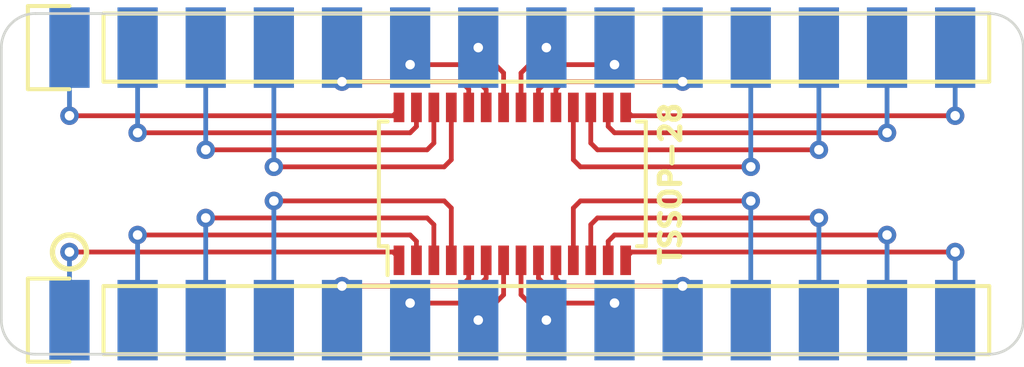
<source format=kicad_pcb>
(kicad_pcb (version 4) (host pcbnew "(2015-07-22 BZR 5980)-product")

  (general
    (links 28)
    (no_connects 0)
    (area 62.25101 31.067199 104.190001 45.132801)
    (thickness 1.6)
    (drawings 9)
    (tracks 136)
    (zones 0)
    (modules 3)
    (nets 29)
  )

  (page User 152.4 101.6)
  (title_block
    (title "TSSOP-28 / SOIC-28 Breakout")
    (rev 1.0)
    (company "Digital Cave")
  )

  (layers
    (0 F.Cu signal)
    (31 B.Cu signal)
    (32 B.Adhes user)
    (33 F.Adhes user)
    (34 B.Paste user)
    (35 F.Paste user)
    (36 B.SilkS user)
    (37 F.SilkS user)
    (38 B.Mask user)
    (39 F.Mask user)
    (40 Dwgs.User user)
    (41 Cmts.User user)
    (42 Eco1.User user)
    (43 Eco2.User user)
    (44 Edge.Cuts user)
  )

  (setup
    (last_trace_width 0.1778)
    (trace_clearance 0.1778)
    (zone_clearance 0.508)
    (zone_45_only no)
    (trace_min 0.1778)
    (segment_width 0.2)
    (edge_width 0.1)
    (via_size 0.6858)
    (via_drill 0.3556)
    (via_min_size 0.6858)
    (via_min_drill 0.3556)
    (uvia_size 0.508)
    (uvia_drill 0.127)
    (uvias_allowed no)
    (uvia_min_size 0.508)
    (uvia_min_drill 0.127)
    (pcb_text_width 0.3)
    (pcb_text_size 1.5 1.5)
    (mod_edge_width 0.15)
    (mod_text_size 1 1)
    (mod_text_width 0.15)
    (pad_size 0.508 3.81)
    (pad_drill 0)
    (pad_to_mask_clearance 0)
    (aux_axis_origin 0 0)
    (visible_elements FFFFFFBF)
    (pcbplotparams
      (layerselection 0x00030_80000001)
      (usegerberextensions true)
      (excludeedgelayer true)
      (linewidth 0.150000)
      (plotframeref false)
      (viasonmask false)
      (mode 1)
      (useauxorigin false)
      (hpglpennumber 1)
      (hpglpenspeed 20)
      (hpglpendiameter 15)
      (hpglpenoverlay 2)
      (psnegative false)
      (psa4output false)
      (plotreference true)
      (plotvalue true)
      (plotinvisibletext false)
      (padsonsilk false)
      (subtractmaskfromsilk false)
      (outputformat 1)
      (mirror false)
      (drillshape 1)
      (scaleselection 1)
      (outputdirectory ""))
  )

  (net 0 "")
  (net 1 "Net-(K1-Pad1)")
  (net 2 "Net-(K1-Pad2)")
  (net 3 "Net-(K1-Pad3)")
  (net 4 "Net-(K1-Pad4)")
  (net 5 "Net-(K1-Pad5)")
  (net 6 "Net-(K1-Pad6)")
  (net 7 "Net-(K1-Pad7)")
  (net 8 "Net-(K1-Pad8)")
  (net 9 "Net-(K1-Pad9)")
  (net 10 "Net-(K1-Pad10)")
  (net 11 "Net-(K1-Pad11)")
  (net 12 "Net-(K1-Pad12)")
  (net 13 "Net-(K1-Pad13)")
  (net 14 "Net-(K1-Pad14)")
  (net 15 "Net-(K1-Pad15)")
  (net 16 "Net-(K1-Pad16)")
  (net 17 "Net-(K1-Pad17)")
  (net 18 "Net-(K1-Pad18)")
  (net 19 "Net-(K1-Pad19)")
  (net 20 "Net-(K1-Pad20)")
  (net 21 "Net-(K1-Pad21)")
  (net 22 "Net-(K1-Pad22)")
  (net 23 "Net-(K1-Pad23)")
  (net 24 "Net-(K1-Pad24)")
  (net 25 "Net-(K1-Pad25)")
  (net 26 "Net-(K1-Pad26)")
  (net 27 "Net-(K1-Pad27)")
  (net 28 "Net-(K1-Pad28)")

  (net_class Default "This is the default net class."
    (clearance 0.1778)
    (trace_width 0.1778)
    (via_dia 0.6858)
    (via_drill 0.3556)
    (uvia_dia 0.508)
    (uvia_drill 0.127)
    (add_net "Net-(K1-Pad1)")
    (add_net "Net-(K1-Pad10)")
    (add_net "Net-(K1-Pad11)")
    (add_net "Net-(K1-Pad12)")
    (add_net "Net-(K1-Pad13)")
    (add_net "Net-(K1-Pad14)")
    (add_net "Net-(K1-Pad15)")
    (add_net "Net-(K1-Pad16)")
    (add_net "Net-(K1-Pad17)")
    (add_net "Net-(K1-Pad18)")
    (add_net "Net-(K1-Pad19)")
    (add_net "Net-(K1-Pad2)")
    (add_net "Net-(K1-Pad20)")
    (add_net "Net-(K1-Pad21)")
    (add_net "Net-(K1-Pad22)")
    (add_net "Net-(K1-Pad23)")
    (add_net "Net-(K1-Pad24)")
    (add_net "Net-(K1-Pad25)")
    (add_net "Net-(K1-Pad26)")
    (add_net "Net-(K1-Pad27)")
    (add_net "Net-(K1-Pad28)")
    (add_net "Net-(K1-Pad3)")
    (add_net "Net-(K1-Pad4)")
    (add_net "Net-(K1-Pad5)")
    (add_net "Net-(K1-Pad6)")
    (add_net "Net-(K1-Pad7)")
    (add_net "Net-(K1-Pad8)")
    (add_net "Net-(K1-Pad9)")
  )

  (module Pin_Headers:Pin_Header_Straight_1x14 (layer F.Cu) (tedit 55B44123) (tstamp 55B4400C)
    (at 68.58 43.18 90)
    (descr "Through hole pin header")
    (tags "pin header")
    (path /54AC71A0)
    (fp_text reference K2 (at 0 -5.1 90) (layer F.SilkS) hide
      (effects (font (size 1 1) (thickness 0.15)))
    )
    (fp_text value DIP (at 0 -3.1 90) (layer F.Fab) hide
      (effects (font (size 1 1) (thickness 0.15)))
    )
    (fp_line (start -1.75 -1.75) (end -1.75 34.8) (layer F.CrtYd) (width 0.05))
    (fp_line (start 1.75 -1.75) (end 1.75 34.8) (layer F.CrtYd) (width 0.05))
    (fp_line (start -1.75 -1.75) (end 1.75 -1.75) (layer F.CrtYd) (width 0.05))
    (fp_line (start -1.75 34.8) (end 1.75 34.8) (layer F.CrtYd) (width 0.05))
    (fp_line (start -1.27 1.27) (end -1.27 34.29) (layer F.SilkS) (width 0.15))
    (fp_line (start -1.27 34.29) (end 1.27 34.29) (layer F.SilkS) (width 0.15))
    (fp_line (start 1.27 34.29) (end 1.27 1.27) (layer F.SilkS) (width 0.15))
    (fp_line (start 1.55 -1.55) (end 1.55 0) (layer F.SilkS) (width 0.15))
    (fp_line (start 1.27 1.27) (end -1.27 1.27) (layer F.SilkS) (width 0.15))
    (fp_line (start -1.55 0) (end -1.55 -1.55) (layer F.SilkS) (width 0.15))
    (fp_line (start -1.55 -1.55) (end 1.55 -1.55) (layer F.SilkS) (width 0.15))
    (pad 1 smd rect (at 0 0 90) (size 3 1.5) (layers B.Cu F.Paste F.Mask)
      (net 1 "Net-(K1-Pad1)"))
    (pad 2 smd rect (at 0 2.54 90) (size 3 1.5) (layers B.Cu F.Paste F.Mask)
      (net 2 "Net-(K1-Pad2)"))
    (pad 3 smd rect (at 0 5.08 90) (size 3 1.5) (layers B.Cu F.Paste F.Mask)
      (net 3 "Net-(K1-Pad3)"))
    (pad 4 smd rect (at 0 7.62 90) (size 3 1.5) (layers B.Cu F.Paste F.Mask)
      (net 4 "Net-(K1-Pad4)"))
    (pad 5 smd rect (at 0 10.16 90) (size 3 1.5) (layers B.Cu F.Paste F.Mask)
      (net 5 "Net-(K1-Pad5)"))
    (pad 6 smd rect (at 0 12.7 90) (size 3 1.5) (layers B.Cu F.Paste F.Mask)
      (net 6 "Net-(K1-Pad6)"))
    (pad 7 smd rect (at 0 15.24 90) (size 3 1.5) (layers B.Cu F.Paste F.Mask)
      (net 7 "Net-(K1-Pad7)"))
    (pad 8 smd rect (at 0 17.78 90) (size 3 1.5) (layers B.Cu F.Paste F.Mask)
      (net 8 "Net-(K1-Pad8)"))
    (pad 9 smd rect (at 0 20.32 90) (size 3 1.5) (layers B.Cu F.Paste F.Mask)
      (net 9 "Net-(K1-Pad9)"))
    (pad 10 smd rect (at 0 22.86 90) (size 3 1.5) (layers B.Cu F.Paste F.Mask)
      (net 10 "Net-(K1-Pad10)"))
    (pad 11 smd rect (at 0 25.4 90) (size 3 1.5) (layers B.Cu F.Paste F.Mask)
      (net 11 "Net-(K1-Pad11)"))
    (pad 12 smd rect (at 0 27.94 90) (size 3 1.5) (layers B.Cu F.Paste F.Mask)
      (net 12 "Net-(K1-Pad12)"))
    (pad 13 smd rect (at 0 30.48 90) (size 3 1.5) (layers B.Cu F.Paste F.Mask)
      (net 13 "Net-(K1-Pad13)"))
    (pad 14 smd rect (at 0 33.02 90) (size 3 1.5) (layers B.Cu F.Paste F.Mask)
      (net 14 "Net-(K1-Pad14)"))
    (model Pin_Headers.3dshapes/Pin_Header_Straight_1x14.wrl
      (at (xyz 0 -0.65 0))
      (scale (xyz 1 1 1))
      (rotate (xyz 0 0 90))
    )
  )

  (module Pin_Headers:Pin_Header_Straight_1x14 (layer F.Cu) (tedit 55B44129) (tstamp 55B4401E)
    (at 68.58 33.02 90)
    (descr "Through hole pin header")
    (tags "pin header")
    (path /54AC71AD)
    (fp_text reference K3 (at 0 -5.1 90) (layer F.SilkS) hide
      (effects (font (size 1 1) (thickness 0.15)))
    )
    (fp_text value DIP (at 0 -3.1 90) (layer F.Fab) hide
      (effects (font (size 1 1) (thickness 0.15)))
    )
    (fp_line (start -1.75 -1.75) (end -1.75 34.8) (layer F.CrtYd) (width 0.05))
    (fp_line (start 1.75 -1.75) (end 1.75 34.8) (layer F.CrtYd) (width 0.05))
    (fp_line (start -1.75 -1.75) (end 1.75 -1.75) (layer F.CrtYd) (width 0.05))
    (fp_line (start -1.75 34.8) (end 1.75 34.8) (layer F.CrtYd) (width 0.05))
    (fp_line (start -1.27 1.27) (end -1.27 34.29) (layer F.SilkS) (width 0.15))
    (fp_line (start -1.27 34.29) (end 1.27 34.29) (layer F.SilkS) (width 0.15))
    (fp_line (start 1.27 34.29) (end 1.27 1.27) (layer F.SilkS) (width 0.15))
    (fp_line (start 1.55 -1.55) (end 1.55 0) (layer F.SilkS) (width 0.15))
    (fp_line (start 1.27 1.27) (end -1.27 1.27) (layer F.SilkS) (width 0.15))
    (fp_line (start -1.55 0) (end -1.55 -1.55) (layer F.SilkS) (width 0.15))
    (fp_line (start -1.55 -1.55) (end 1.55 -1.55) (layer F.SilkS) (width 0.15))
    (pad 1 smd rect (at 0 0 90) (size 3 1.5) (layers B.Cu F.Paste F.Mask)
      (net 28 "Net-(K1-Pad28)"))
    (pad 2 smd rect (at 0 2.54 90) (size 3 1.5) (layers B.Cu F.Paste F.Mask)
      (net 27 "Net-(K1-Pad27)"))
    (pad 3 smd rect (at 0 5.08 90) (size 3 1.5) (layers B.Cu F.Paste F.Mask)
      (net 26 "Net-(K1-Pad26)"))
    (pad 4 smd rect (at 0 7.62 90) (size 3 1.5) (layers B.Cu F.Paste F.Mask)
      (net 25 "Net-(K1-Pad25)"))
    (pad 5 smd rect (at 0 10.16 90) (size 3 1.5) (layers B.Cu F.Paste F.Mask)
      (net 24 "Net-(K1-Pad24)"))
    (pad 6 smd rect (at 0 12.7 90) (size 3 1.5) (layers B.Cu F.Paste F.Mask)
      (net 23 "Net-(K1-Pad23)"))
    (pad 7 smd rect (at 0 15.24 90) (size 3 1.5) (layers B.Cu F.Paste F.Mask)
      (net 22 "Net-(K1-Pad22)"))
    (pad 8 smd rect (at 0 17.78 90) (size 3 1.5) (layers B.Cu F.Paste F.Mask)
      (net 21 "Net-(K1-Pad21)"))
    (pad 9 smd rect (at 0 20.32 90) (size 3 1.5) (layers B.Cu F.Paste F.Mask)
      (net 20 "Net-(K1-Pad20)"))
    (pad 10 smd rect (at 0 22.86 90) (size 3 1.5) (layers B.Cu F.Paste F.Mask)
      (net 19 "Net-(K1-Pad19)"))
    (pad 11 smd rect (at 0 25.4 90) (size 3 1.5) (layers B.Cu F.Paste F.Mask)
      (net 18 "Net-(K1-Pad18)"))
    (pad 12 smd rect (at 0 27.94 90) (size 3 1.5) (layers B.Cu F.Paste F.Mask)
      (net 17 "Net-(K1-Pad17)"))
    (pad 13 smd rect (at 0 30.48 90) (size 3 1.5) (layers B.Cu F.Paste F.Mask)
      (net 16 "Net-(K1-Pad16)"))
    (pad 14 smd rect (at 0 33.02 90) (size 3 1.5) (layers B.Cu F.Paste F.Mask)
      (net 15 "Net-(K1-Pad15)"))
    (model Pin_Headers.3dshapes/Pin_Header_Straight_1x14.wrl
      (at (xyz 0 -0.65 0))
      (scale (xyz 1 1 1))
      (rotate (xyz 0 0 90))
    )
  )

  (module Housings_SSOP:TSSOP-28_4.4x9.7mm_Pitch0.65mm (layer F.Cu) (tedit 55B44455) (tstamp 55B43FFA)
    (at 85.09 38.1 90)
    (descr "TSSOP28: plastic thin shrink small outline package; 28 leads; body width 4.4 mm; (see NXP SSOP-TSSOP-VSO-REFLOW.pdf and sot361-1_po.pdf)")
    (tags "SSOP 0.65")
    (path /54AC7191)
    (attr smd)
    (fp_text reference K1 (at 0 -5.9 90) (layer F.SilkS) hide
      (effects (font (size 1 1) (thickness 0.15)))
    )
    (fp_text value TSSOP-28 (at 0 5.9 90) (layer F.SilkS)
      (effects (font (size 0.762 0.762) (thickness 0.1905)))
    )
    (fp_line (start -3.65 -5.15) (end -3.65 5.15) (layer F.CrtYd) (width 0.05))
    (fp_line (start 3.65 -5.15) (end 3.65 5.15) (layer F.CrtYd) (width 0.05))
    (fp_line (start -3.65 -5.15) (end 3.65 -5.15) (layer F.CrtYd) (width 0.05))
    (fp_line (start -3.65 5.15) (end 3.65 5.15) (layer F.CrtYd) (width 0.05))
    (fp_line (start -2.325 -4.975) (end -2.325 -4.65) (layer F.SilkS) (width 0.15))
    (fp_line (start 2.325 -4.975) (end 2.325 -4.65) (layer F.SilkS) (width 0.15))
    (fp_line (start 2.325 4.975) (end 2.325 4.65) (layer F.SilkS) (width 0.15))
    (fp_line (start -2.325 4.975) (end -2.325 4.65) (layer F.SilkS) (width 0.15))
    (fp_line (start -2.325 -4.975) (end 2.325 -4.975) (layer F.SilkS) (width 0.15))
    (fp_line (start -2.325 4.975) (end 2.325 4.975) (layer F.SilkS) (width 0.15))
    (fp_line (start -2.325 -4.65) (end -3.4 -4.65) (layer F.SilkS) (width 0.15))
    (pad 1 smd rect (at -2.85 -4.225 90) (size 1.1 0.4) (layers F.Cu F.Paste F.Mask)
      (net 1 "Net-(K1-Pad1)"))
    (pad 2 smd rect (at -2.85 -3.575 90) (size 1.1 0.4) (layers F.Cu F.Paste F.Mask)
      (net 2 "Net-(K1-Pad2)"))
    (pad 3 smd rect (at -2.85 -2.925 90) (size 1.1 0.4) (layers F.Cu F.Paste F.Mask)
      (net 3 "Net-(K1-Pad3)"))
    (pad 4 smd rect (at -2.85 -2.275 90) (size 1.1 0.4) (layers F.Cu F.Paste F.Mask)
      (net 4 "Net-(K1-Pad4)"))
    (pad 5 smd rect (at -2.85 -1.625 90) (size 1.1 0.4) (layers F.Cu F.Paste F.Mask)
      (net 5 "Net-(K1-Pad5)"))
    (pad 6 smd rect (at -2.85 -0.975 90) (size 1.1 0.4) (layers F.Cu F.Paste F.Mask)
      (net 6 "Net-(K1-Pad6)"))
    (pad 7 smd rect (at -2.85 -0.325 90) (size 1.1 0.4) (layers F.Cu F.Paste F.Mask)
      (net 7 "Net-(K1-Pad7)"))
    (pad 8 smd rect (at -2.85 0.325 90) (size 1.1 0.4) (layers F.Cu F.Paste F.Mask)
      (net 8 "Net-(K1-Pad8)"))
    (pad 9 smd rect (at -2.85 0.975 90) (size 1.1 0.4) (layers F.Cu F.Paste F.Mask)
      (net 9 "Net-(K1-Pad9)"))
    (pad 10 smd rect (at -2.85 1.625 90) (size 1.1 0.4) (layers F.Cu F.Paste F.Mask)
      (net 10 "Net-(K1-Pad10)"))
    (pad 11 smd rect (at -2.85 2.275 90) (size 1.1 0.4) (layers F.Cu F.Paste F.Mask)
      (net 11 "Net-(K1-Pad11)"))
    (pad 12 smd rect (at -2.85 2.925 90) (size 1.1 0.4) (layers F.Cu F.Paste F.Mask)
      (net 12 "Net-(K1-Pad12)"))
    (pad 13 smd rect (at -2.85 3.575 90) (size 1.1 0.4) (layers F.Cu F.Paste F.Mask)
      (net 13 "Net-(K1-Pad13)"))
    (pad 14 smd rect (at -2.85 4.225 90) (size 1.1 0.4) (layers F.Cu F.Paste F.Mask)
      (net 14 "Net-(K1-Pad14)"))
    (pad 15 smd rect (at 2.85 4.225 90) (size 1.1 0.4) (layers F.Cu F.Paste F.Mask)
      (net 15 "Net-(K1-Pad15)"))
    (pad 16 smd rect (at 2.85 3.575 90) (size 1.1 0.4) (layers F.Cu F.Paste F.Mask)
      (net 16 "Net-(K1-Pad16)"))
    (pad 17 smd rect (at 2.85 2.925 90) (size 1.1 0.4) (layers F.Cu F.Paste F.Mask)
      (net 17 "Net-(K1-Pad17)"))
    (pad 18 smd rect (at 2.85 2.275 90) (size 1.1 0.4) (layers F.Cu F.Paste F.Mask)
      (net 18 "Net-(K1-Pad18)"))
    (pad 19 smd rect (at 2.85 1.625 90) (size 1.1 0.4) (layers F.Cu F.Paste F.Mask)
      (net 19 "Net-(K1-Pad19)"))
    (pad 20 smd rect (at 2.85 0.975 90) (size 1.1 0.4) (layers F.Cu F.Paste F.Mask)
      (net 20 "Net-(K1-Pad20)"))
    (pad 21 smd rect (at 2.85 0.325 90) (size 1.1 0.4) (layers F.Cu F.Paste F.Mask)
      (net 21 "Net-(K1-Pad21)"))
    (pad 22 smd rect (at 2.85 -0.325 90) (size 1.1 0.4) (layers F.Cu F.Paste F.Mask)
      (net 22 "Net-(K1-Pad22)"))
    (pad 23 smd rect (at 2.85 -0.975 90) (size 1.1 0.4) (layers F.Cu F.Paste F.Mask)
      (net 23 "Net-(K1-Pad23)"))
    (pad 24 smd rect (at 2.85 -1.625 90) (size 1.1 0.4) (layers F.Cu F.Paste F.Mask)
      (net 24 "Net-(K1-Pad24)"))
    (pad 25 smd rect (at 2.85 -2.275 90) (size 1.1 0.4) (layers F.Cu F.Paste F.Mask)
      (net 25 "Net-(K1-Pad25)"))
    (pad 26 smd rect (at 2.85 -2.925 90) (size 1.1 0.4) (layers F.Cu F.Paste F.Mask)
      (net 26 "Net-(K1-Pad26)"))
    (pad 27 smd rect (at 2.85 -3.575 90) (size 1.1 0.4) (layers F.Cu F.Paste F.Mask)
      (net 27 "Net-(K1-Pad27)"))
    (pad 28 smd rect (at 2.85 -4.225 90) (size 1.1 0.4) (layers F.Cu F.Paste F.Mask)
      (net 28 "Net-(K1-Pad28)"))
    (model Housings_SSOP.3dshapes/TSSOP-28_4.4x9.7mm_Pitch0.65mm.wrl
      (at (xyz 0 0 0))
      (scale (xyz 1 1 1))
      (rotate (xyz 0 0 0))
    )
  )

  (gr_circle (center 68.58 40.64) (end 68.58 40.005) (layer F.SilkS) (width 0.2))
  (gr_line (start 67.31 44.45) (end 102.87 44.45) (angle 90) (layer Edge.Cuts) (width 0.1))
  (gr_line (start 66.04 33.02) (end 66.04 43.18) (angle 90) (layer Edge.Cuts) (width 0.1))
  (gr_line (start 102.87 31.75) (end 67.31 31.75) (angle 90) (layer Edge.Cuts) (width 0.1))
  (gr_line (start 104.14 43.18) (end 104.14 33.02) (angle 90) (layer Edge.Cuts) (width 0.1))
  (gr_arc (start 67.31 43.18) (end 67.31 44.45) (angle 90) (layer Edge.Cuts) (width 0.1))
  (gr_arc (start 67.31 33.02) (end 66.04 33.02) (angle 90) (layer Edge.Cuts) (width 0.1))
  (gr_arc (start 102.87 43.18) (end 104.14 43.18) (angle 90) (layer Edge.Cuts) (width 0.1))
  (gr_arc (start 102.87 33.02) (end 102.87 31.75) (angle 90) (layer Edge.Cuts) (width 0.1))

  (segment (start 80.865 40.95) (end 80.865 40.86) (width 0.1778) (layer F.Cu) (net 1))
  (segment (start 80.865 40.86) (end 80.645 40.64) (width 0.1778) (layer F.Cu) (net 1) (tstamp 55B44269))
  (segment (start 68.58 40.64) (end 68.58 43.18) (width 0.1778) (layer B.Cu) (net 1) (tstamp 55B4426C))
  (via (at 68.58 40.64) (size 0.6858) (drill 0.3556) (layers F.Cu B.Cu) (net 1))
  (segment (start 80.645 40.64) (end 68.58 40.64) (width 0.1778) (layer F.Cu) (net 1) (tstamp 55B4426A))
  (segment (start 81.515 40.95) (end 81.515 40.24) (width 0.1778) (layer F.Cu) (net 2))
  (segment (start 71.12 40.005) (end 71.12 43.18) (width 0.1778) (layer B.Cu) (net 2) (tstamp 55B44232))
  (via (at 71.12 40.005) (size 0.6858) (drill 0.3556) (layers F.Cu B.Cu) (net 2))
  (segment (start 81.28 40.005) (end 71.12 40.005) (width 0.1778) (layer F.Cu) (net 2) (tstamp 55B44230))
  (segment (start 81.515 40.24) (end 81.28 40.005) (width 0.1778) (layer F.Cu) (net 2) (tstamp 55B4422F))
  (segment (start 82.165 40.95) (end 82.165 39.62) (width 0.1778) (layer F.Cu) (net 3))
  (segment (start 73.66 39.37) (end 73.66 43.18) (width 0.1778) (layer B.Cu) (net 3) (tstamp 55B44238))
  (via (at 73.66 39.37) (size 0.6858) (drill 0.3556) (layers F.Cu B.Cu) (net 3))
  (segment (start 81.915 39.37) (end 73.66 39.37) (width 0.1778) (layer F.Cu) (net 3) (tstamp 55B44236))
  (segment (start 82.165 39.62) (end 81.915 39.37) (width 0.1778) (layer F.Cu) (net 3) (tstamp 55B44235))
  (segment (start 82.815 40.95) (end 82.815 39) (width 0.1778) (layer F.Cu) (net 4))
  (segment (start 76.2 38.735) (end 76.2 43.18) (width 0.1778) (layer B.Cu) (net 4) (tstamp 55B4423E))
  (via (at 76.2 38.735) (size 0.6858) (drill 0.3556) (layers F.Cu B.Cu) (net 4))
  (segment (start 82.55 38.735) (end 76.2 38.735) (width 0.1778) (layer F.Cu) (net 4) (tstamp 55B4423C))
  (segment (start 82.815 39) (end 82.55 38.735) (width 0.1778) (layer F.Cu) (net 4) (tstamp 55B4423B))
  (segment (start 83.465 40.95) (end 83.465 41.63) (width 0.1778) (layer F.Cu) (net 5))
  (segment (start 78.74 41.91) (end 78.74 43.18) (width 0.1778) (layer B.Cu) (net 5) (tstamp 55B44247))
  (via (at 78.74 41.91) (size 0.6858) (drill 0.3556) (layers F.Cu B.Cu) (net 5))
  (segment (start 83.185 41.91) (end 78.74 41.91) (width 0.1778) (layer F.Cu) (net 5) (tstamp 55B44245))
  (segment (start 83.465 41.63) (end 83.185 41.91) (width 0.1778) (layer F.Cu) (net 5) (tstamp 55B44244))
  (segment (start 84.115 40.95) (end 84.115 41.615) (width 0.1778) (layer F.Cu) (net 6))
  (segment (start 81.28 42.545) (end 81.28 43.18) (width 0.1778) (layer B.Cu) (net 6) (tstamp 55B4424E))
  (via (at 81.28 42.545) (size 0.6858) (drill 0.3556) (layers F.Cu B.Cu) (net 6))
  (segment (start 83.185 42.545) (end 81.28 42.545) (width 0.1778) (layer F.Cu) (net 6) (tstamp 55B4424B))
  (segment (start 84.115 41.615) (end 83.185 42.545) (width 0.1778) (layer F.Cu) (net 6) (tstamp 55B4424A))
  (segment (start 84.765 40.95) (end 84.765 42.235) (width 0.1778) (layer F.Cu) (net 7))
  (via (at 83.82 43.18) (size 0.6858) (drill 0.3556) (layers F.Cu B.Cu) (net 7))
  (segment (start 84.765 42.235) (end 83.82 43.18) (width 0.1778) (layer F.Cu) (net 7) (tstamp 55B44251))
  (segment (start 85.415 40.95) (end 85.415 42.235) (width 0.1778) (layer F.Cu) (net 8))
  (via (at 86.36 43.18) (size 0.6858) (drill 0.3556) (layers F.Cu B.Cu) (net 8))
  (segment (start 85.415 42.235) (end 86.36 43.18) (width 0.1778) (layer F.Cu) (net 8) (tstamp 55B44256))
  (segment (start 86.065 40.95) (end 86.065 41.615) (width 0.1778) (layer F.Cu) (net 9))
  (segment (start 88.9 42.545) (end 88.9 43.18) (width 0.1778) (layer B.Cu) (net 9) (tstamp 55B4425F))
  (via (at 88.9 42.545) (size 0.6858) (drill 0.3556) (layers F.Cu B.Cu) (net 9))
  (segment (start 86.995 42.545) (end 88.9 42.545) (width 0.1778) (layer F.Cu) (net 9) (tstamp 55B4425C))
  (segment (start 86.065 41.615) (end 86.995 42.545) (width 0.1778) (layer F.Cu) (net 9) (tstamp 55B4425B))
  (segment (start 86.715 40.95) (end 86.715 41.63) (width 0.1778) (layer F.Cu) (net 10))
  (segment (start 91.44 41.91) (end 91.44 43.18) (width 0.1778) (layer B.Cu) (net 10) (tstamp 55B44265))
  (via (at 91.44 41.91) (size 0.6858) (drill 0.3556) (layers F.Cu B.Cu) (net 10))
  (segment (start 86.995 41.91) (end 91.44 41.91) (width 0.1778) (layer F.Cu) (net 10) (tstamp 55B44263))
  (segment (start 86.715 41.63) (end 86.995 41.91) (width 0.1778) (layer F.Cu) (net 10) (tstamp 55B44262))
  (segment (start 87.63 38.735) (end 93.98 38.735) (width 0.1778) (layer F.Cu) (net 11))
  (segment (start 93.98 38.735) (end 93.98 43.18) (width 0.1778) (layer B.Cu) (net 11) (tstamp 55B44649) (status 800000))
  (via (at 93.98 38.735) (size 0.6858) (drill 0.3556) (layers F.Cu B.Cu) (net 11))
  (segment (start 93.98 43.18) (end 93.98 43.307) (width 0.1778) (layer B.Cu) (net 11) (tstamp 55B4464A) (status C00000))
  (segment (start 93.98 43.307) (end 93.98 43.18) (width 0.1778) (layer B.Cu) (net 11) (tstamp 55B4464C) (status C00000))
  (segment (start 87.365 40.95) (end 87.365 39) (width 0.1778) (layer F.Cu) (net 11))
  (segment (start 87.365 39) (end 87.63 38.735) (width 0.1778) (layer F.Cu) (net 11) (tstamp 55B44285))
  (segment (start 88.015 40.95) (end 88.015 39.62) (width 0.1778) (layer F.Cu) (net 12))
  (segment (start 96.52 39.37) (end 96.52 43.18) (width 0.1778) (layer B.Cu) (net 12) (tstamp 55B44282))
  (via (at 96.52 39.37) (size 0.6858) (drill 0.3556) (layers F.Cu B.Cu) (net 12))
  (segment (start 88.265 39.37) (end 96.52 39.37) (width 0.1778) (layer F.Cu) (net 12) (tstamp 55B44280))
  (segment (start 88.015 39.62) (end 88.265 39.37) (width 0.1778) (layer F.Cu) (net 12) (tstamp 55B4427F))
  (segment (start 88.665 40.95) (end 88.665 40.24) (width 0.1778) (layer F.Cu) (net 13))
  (segment (start 99.06 40.005) (end 99.06 43.18) (width 0.1778) (layer B.Cu) (net 13) (tstamp 55B4427C))
  (via (at 99.06 40.005) (size 0.6858) (drill 0.3556) (layers F.Cu B.Cu) (net 13))
  (segment (start 88.9 40.005) (end 99.06 40.005) (width 0.1778) (layer F.Cu) (net 13) (tstamp 55B4427A))
  (segment (start 88.665 40.24) (end 88.9 40.005) (width 0.1778) (layer F.Cu) (net 13) (tstamp 55B44279))
  (segment (start 89.315 40.95) (end 89.315 40.86) (width 0.1778) (layer F.Cu) (net 14))
  (segment (start 89.315 40.86) (end 89.535 40.64) (width 0.1778) (layer F.Cu) (net 14) (tstamp 55B44273))
  (segment (start 89.535 40.64) (end 101.6 40.64) (width 0.1778) (layer F.Cu) (net 14) (tstamp 55B44274))
  (via (at 101.6 40.64) (size 0.6858) (drill 0.3556) (layers F.Cu B.Cu) (net 14))
  (segment (start 101.6 40.64) (end 101.6 43.18) (width 0.1778) (layer B.Cu) (net 14) (tstamp 55B44276))
  (segment (start 89.535 35.56) (end 101.6 35.56) (width 0.1778) (layer F.Cu) (net 15) (tstamp 55B4428F))
  (via (at 101.6 35.56) (size 0.6858) (drill 0.3556) (layers F.Cu B.Cu) (net 15) (tstamp 55B4428E))
  (segment (start 101.6 35.56) (end 101.6 33.02) (width 0.1778) (layer B.Cu) (net 15) (tstamp 55B4428D))
  (segment (start 89.315 35.34) (end 89.535 35.56) (width 0.1778) (layer F.Cu) (net 15) (tstamp 55B4428C))
  (segment (start 89.315 35.25) (end 89.315 35.34) (width 0.1778) (layer F.Cu) (net 15) (tstamp 55B4428B))
  (segment (start 88.665 35.96) (end 88.9 36.195) (width 0.1778) (layer F.Cu) (net 16) (tstamp 55B44294))
  (segment (start 88.9 36.195) (end 99.06 36.195) (width 0.1778) (layer F.Cu) (net 16) (tstamp 55B44293))
  (via (at 99.06 36.195) (size 0.6858) (drill 0.3556) (layers F.Cu B.Cu) (net 16) (tstamp 55B44292))
  (segment (start 99.06 36.195) (end 99.06 33.02) (width 0.1778) (layer B.Cu) (net 16) (tstamp 55B44291))
  (segment (start 88.665 35.25) (end 88.665 35.96) (width 0.1778) (layer F.Cu) (net 16) (tstamp 55B44290))
  (segment (start 88.015 36.58) (end 88.265 36.83) (width 0.1778) (layer F.Cu) (net 17) (tstamp 55B44299))
  (segment (start 88.265 36.83) (end 96.52 36.83) (width 0.1778) (layer F.Cu) (net 17) (tstamp 55B44298))
  (via (at 96.52 36.83) (size 0.6858) (drill 0.3556) (layers F.Cu B.Cu) (net 17) (tstamp 55B44297))
  (segment (start 96.52 36.83) (end 96.52 33.02) (width 0.1778) (layer B.Cu) (net 17) (tstamp 55B44296))
  (segment (start 88.015 35.25) (end 88.015 36.58) (width 0.1778) (layer F.Cu) (net 17) (tstamp 55B44295))
  (segment (start 87.365 37.2) (end 87.63 37.465) (width 0.1778) (layer F.Cu) (net 18) (tstamp 55B4429E))
  (segment (start 87.63 37.465) (end 93.98 37.465) (width 0.1778) (layer F.Cu) (net 18) (tstamp 55B4429D))
  (via (at 93.98 37.465) (size 0.6858) (drill 0.3556) (layers F.Cu B.Cu) (net 18) (tstamp 55B4429C))
  (segment (start 93.98 37.465) (end 93.98 33.02) (width 0.1778) (layer B.Cu) (net 18) (tstamp 55B4429B))
  (segment (start 87.365 35.25) (end 87.365 37.2) (width 0.1778) (layer F.Cu) (net 18) (tstamp 55B4429A))
  (segment (start 86.715 34.57) (end 86.995 34.29) (width 0.1778) (layer F.Cu) (net 19) (tstamp 55B442A3))
  (segment (start 86.995 34.29) (end 91.44 34.29) (width 0.1778) (layer F.Cu) (net 19) (tstamp 55B442A2))
  (via (at 91.44 34.29) (size 0.6858) (drill 0.3556) (layers F.Cu B.Cu) (net 19) (tstamp 55B442A1))
  (segment (start 91.44 34.29) (end 91.44 33.02) (width 0.1778) (layer B.Cu) (net 19) (tstamp 55B442A0))
  (segment (start 86.715 35.25) (end 86.715 34.57) (width 0.1778) (layer F.Cu) (net 19) (tstamp 55B4429F))
  (segment (start 86.065 34.585) (end 86.995 33.655) (width 0.1778) (layer F.Cu) (net 20) (tstamp 55B442A8))
  (segment (start 86.995 33.655) (end 88.9 33.655) (width 0.1778) (layer F.Cu) (net 20) (tstamp 55B442A7))
  (via (at 88.9 33.655) (size 0.6858) (drill 0.3556) (layers F.Cu B.Cu) (net 20) (tstamp 55B442A6))
  (segment (start 88.9 33.655) (end 88.9 33.02) (width 0.1778) (layer B.Cu) (net 20) (tstamp 55B442A5))
  (segment (start 86.065 35.25) (end 86.065 34.585) (width 0.1778) (layer F.Cu) (net 20) (tstamp 55B442A4))
  (segment (start 85.415 33.965) (end 86.36 33.02) (width 0.1778) (layer F.Cu) (net 21) (tstamp 55B442AB))
  (via (at 86.36 33.02) (size 0.6858) (drill 0.3556) (layers F.Cu B.Cu) (net 21) (tstamp 55B442AA))
  (segment (start 85.415 35.25) (end 85.415 33.965) (width 0.1778) (layer F.Cu) (net 21) (tstamp 55B442A9))
  (segment (start 84.765 33.965) (end 83.82 33.02) (width 0.1778) (layer F.Cu) (net 22) (tstamp 55B442AE))
  (via (at 83.82 33.02) (size 0.6858) (drill 0.3556) (layers F.Cu B.Cu) (net 22) (tstamp 55B442AD))
  (segment (start 84.765 35.25) (end 84.765 33.965) (width 0.1778) (layer F.Cu) (net 22) (tstamp 55B442AC))
  (segment (start 84.115 34.585) (end 83.185 33.655) (width 0.1778) (layer F.Cu) (net 23) (tstamp 55B442B3))
  (segment (start 83.185 33.655) (end 81.28 33.655) (width 0.1778) (layer F.Cu) (net 23) (tstamp 55B442B2))
  (via (at 81.28 33.655) (size 0.6858) (drill 0.3556) (layers F.Cu B.Cu) (net 23) (tstamp 55B442B1))
  (segment (start 81.28 33.655) (end 81.28 33.02) (width 0.1778) (layer B.Cu) (net 23) (tstamp 55B442B0))
  (segment (start 84.115 35.25) (end 84.115 34.585) (width 0.1778) (layer F.Cu) (net 23) (tstamp 55B442AF))
  (segment (start 83.465 34.57) (end 83.185 34.29) (width 0.1778) (layer F.Cu) (net 24) (tstamp 55B442B8))
  (segment (start 83.185 34.29) (end 78.74 34.29) (width 0.1778) (layer F.Cu) (net 24) (tstamp 55B442B7))
  (via (at 78.74 34.29) (size 0.6858) (drill 0.3556) (layers F.Cu B.Cu) (net 24) (tstamp 55B442B6))
  (segment (start 78.74 34.29) (end 78.74 33.02) (width 0.1778) (layer B.Cu) (net 24) (tstamp 55B442B5))
  (segment (start 83.465 35.25) (end 83.465 34.57) (width 0.1778) (layer F.Cu) (net 24) (tstamp 55B442B4))
  (segment (start 82.55 37.465) (end 76.2 37.465) (width 0.1778) (layer F.Cu) (net 25))
  (segment (start 76.2 37.465) (end 76.2 33.02) (width 0.1778) (layer B.Cu) (net 25) (tstamp 55B44643) (status 800000))
  (via (at 76.2 37.465) (size 0.6858) (drill 0.3556) (layers F.Cu B.Cu) (net 25))
  (segment (start 76.2 33.02) (end 76.2 33.147) (width 0.1778) (layer B.Cu) (net 25) (tstamp 55B44644) (status C00000))
  (segment (start 76.2 33.147) (end 76.2 33.02) (width 0.1778) (layer B.Cu) (net 25) (tstamp 55B44646) (status C00000))
  (segment (start 82.815 37.2) (end 82.55 37.465) (width 0.1778) (layer F.Cu) (net 25) (tstamp 55B442BD))
  (segment (start 82.815 35.25) (end 82.815 37.2) (width 0.1778) (layer F.Cu) (net 25) (tstamp 55B442B9))
  (segment (start 82.165 36.58) (end 81.915 36.83) (width 0.1778) (layer F.Cu) (net 26) (tstamp 55B442C2))
  (segment (start 81.915 36.83) (end 73.66 36.83) (width 0.1778) (layer F.Cu) (net 26) (tstamp 55B442C1))
  (via (at 73.66 36.83) (size 0.6858) (drill 0.3556) (layers F.Cu B.Cu) (net 26) (tstamp 55B442C0))
  (segment (start 73.66 36.83) (end 73.66 33.02) (width 0.1778) (layer B.Cu) (net 26) (tstamp 55B442BF))
  (segment (start 82.165 35.25) (end 82.165 36.58) (width 0.1778) (layer F.Cu) (net 26) (tstamp 55B442BE))
  (segment (start 81.515 35.96) (end 81.28 36.195) (width 0.1778) (layer F.Cu) (net 27) (tstamp 55B442C7))
  (segment (start 81.28 36.195) (end 71.12 36.195) (width 0.1778) (layer F.Cu) (net 27) (tstamp 55B442C6))
  (via (at 71.12 36.195) (size 0.6858) (drill 0.3556) (layers F.Cu B.Cu) (net 27) (tstamp 55B442C5))
  (segment (start 71.12 36.195) (end 71.12 33.02) (width 0.1778) (layer B.Cu) (net 27) (tstamp 55B442C4))
  (segment (start 81.515 35.25) (end 81.515 35.96) (width 0.1778) (layer F.Cu) (net 27) (tstamp 55B442C3))
  (segment (start 68.58 35.56) (end 68.58 33.02) (width 0.1778) (layer B.Cu) (net 28) (tstamp 55B442CC))
  (via (at 68.58 35.56) (size 0.6858) (drill 0.3556) (layers F.Cu B.Cu) (net 28) (tstamp 55B442CB))
  (segment (start 80.645 35.56) (end 68.58 35.56) (width 0.1778) (layer F.Cu) (net 28) (tstamp 55B442CA))
  (segment (start 80.865 35.34) (end 80.645 35.56) (width 0.1778) (layer F.Cu) (net 28) (tstamp 55B442C9))
  (segment (start 80.865 35.25) (end 80.865 35.34) (width 0.1778) (layer F.Cu) (net 28) (tstamp 55B442C8))

)

</source>
